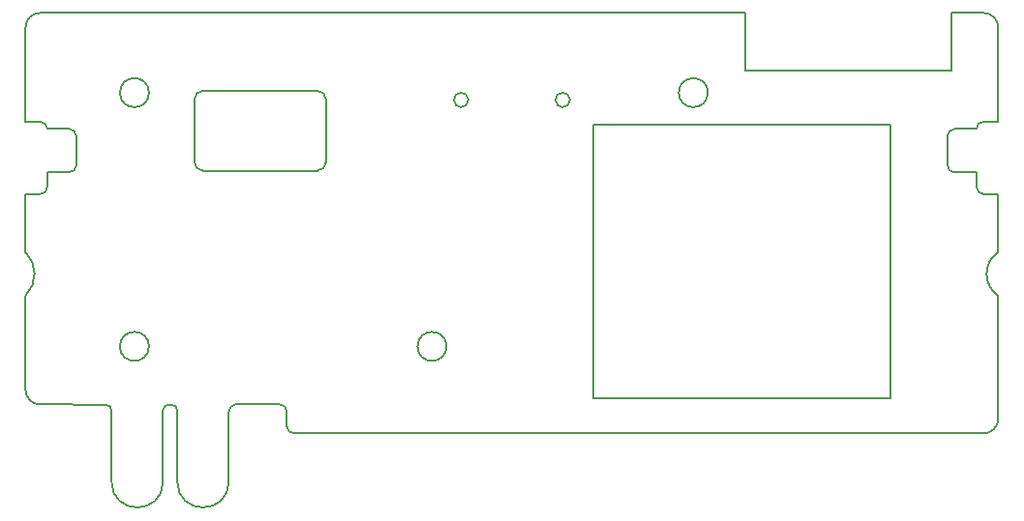
<source format=gm1>
G04 #@! TF.GenerationSoftware,KiCad,Pcbnew,(5.0.1-3-g963ef8bb5)*
G04 #@! TF.CreationDate,2020-09-15T14:43:14+02:00*
G04 #@! TF.ProjectId,trackix,747261636B69782E6B696361645F7063,rev?*
G04 #@! TF.SameCoordinates,Original*
G04 #@! TF.FileFunction,Profile,NP*
%FSLAX46Y46*%
G04 Gerber Fmt 4.6, Leading zero omitted, Abs format (unit mm)*
G04 Created by KiCad (PCBNEW (5.0.1-3-g963ef8bb5)) date 2020 September 15, Tuesday 14:43:14*
%MOMM*%
%LPD*%
G01*
G04 APERTURE LIST*
%ADD10C,0.150000*%
%ADD11C,0.200000*%
G04 APERTURE END LIST*
D10*
X136800000Y-102650000D02*
X135500000Y-102650000D01*
D11*
X185161237Y-126914001D02*
X185161237Y-102914001D01*
X211161237Y-126914001D02*
X185161237Y-126914001D01*
X211161237Y-102914001D02*
X211161237Y-126914001D01*
X185161237Y-102914001D02*
X211161237Y-102914001D01*
D10*
X148800000Y-127950000D02*
X148800000Y-134200000D01*
X147550000Y-134200000D02*
X147550000Y-127950000D01*
X153302000Y-128058000D02*
X153300000Y-134200000D01*
X143050000Y-127950000D02*
X143050000Y-134200000D01*
D11*
X153300000Y-134200000D02*
G75*
G02X148800000Y-134200000I-2250000J0D01*
G01*
D10*
X147550000Y-134200000D02*
G75*
G02X143050000Y-134200000I-2250000J0D01*
G01*
X220612000Y-128693000D02*
G75*
G02X219342000Y-129963000I-1270000J0D01*
G01*
X216802000Y-107103000D02*
G75*
G02X216167000Y-106468000I0J635000D01*
G01*
X172352000Y-122343000D02*
G75*
G03X172352000Y-122343000I-1270000J0D01*
G01*
X219342000Y-109008000D02*
G75*
G02X218707000Y-108373000I0J635000D01*
G01*
X137427000Y-108373000D02*
X137427000Y-107103000D01*
X137427000Y-108373000D02*
G75*
G02X136792000Y-109008000I-635000J0D01*
G01*
X135522000Y-109008000D02*
X136792000Y-109008000D01*
X135522000Y-114088000D02*
X135522000Y-109008000D01*
X220612000Y-117898000D02*
X220612000Y-128693000D01*
X218707000Y-107103000D02*
X218707000Y-108373000D01*
X135522000Y-102658000D02*
X135522000Y-94403000D01*
X146317000Y-100118000D02*
G75*
G03X146317000Y-100118000I-1270000J0D01*
G01*
X139332000Y-103293000D02*
G75*
G02X139967000Y-103928000I0J-635000D01*
G01*
X139967000Y-106468000D02*
X139967000Y-103928000D01*
X135522000Y-94403000D02*
G75*
G02X136792000Y-93133000I1270000J0D01*
G01*
X157747000Y-127423000D02*
X153937000Y-127423000D01*
X216167000Y-103928000D02*
G75*
G02X216802000Y-103293000I635000J0D01*
G01*
X139967000Y-106468000D02*
G75*
G02X139332000Y-107103000I-635000J0D01*
G01*
X136792000Y-127423000D02*
G75*
G02X135522000Y-126153000I0J1270000D01*
G01*
X142550000Y-127450000D02*
G75*
G02X143050000Y-127950000I0J-500000D01*
G01*
X219342000Y-93133000D02*
G75*
G02X220612000Y-94403000I0J-1270000D01*
G01*
X220612000Y-102658000D02*
X220612000Y-94403000D01*
X195212000Y-100118000D02*
G75*
G03X195212000Y-100118000I-1270000J0D01*
G01*
X136792000Y-102658000D02*
G75*
G02X137427000Y-103293000I0J-635000D01*
G01*
X219342000Y-109008000D02*
X220612000Y-109008000D01*
X142550000Y-127450000D02*
X136792000Y-127423000D01*
X216167000Y-103928000D02*
X216167000Y-106468000D01*
X153302000Y-128058000D02*
G75*
G02X153937000Y-127423000I635000J0D01*
G01*
X218707000Y-103293000D02*
G75*
G02X219342000Y-102658000I635000J0D01*
G01*
X136792000Y-93133000D02*
X198514000Y-93133000D01*
X220612000Y-114088000D02*
X220612000Y-109008000D01*
X157747000Y-127423000D02*
G75*
G02X158382000Y-128058000I0J-635000D01*
G01*
X220612000Y-102658000D02*
X219342000Y-102658000D01*
D11*
X183147000Y-100753000D02*
G75*
G03X183147000Y-100753000I-635000J0D01*
G01*
D10*
X174257000Y-100753000D02*
G75*
G03X174257000Y-100753000I-635000J0D01*
G01*
X139332000Y-103293000D02*
X137427000Y-103293000D01*
X216802000Y-103293000D02*
X218707000Y-103293000D01*
X218707000Y-107103000D02*
X216802000Y-107103000D01*
X159017000Y-129963000D02*
G75*
G02X158382000Y-129328000I0J635000D01*
G01*
X158382000Y-129328000D02*
X158382000Y-128058000D01*
X135522000Y-126153000D02*
X135522000Y-117898000D01*
D11*
X220612000Y-117897999D02*
G75*
G02X220612001Y-114088001I1270000J1904999D01*
G01*
X135521999Y-114088001D02*
G75*
G02X135521999Y-117897999I-1904999J-1904999D01*
G01*
D10*
X159017000Y-129963000D02*
X219342000Y-129963000D01*
X146317000Y-122343000D02*
G75*
G03X146317000Y-122343000I-1270000J0D01*
G01*
X139332000Y-107103000D02*
X137427000Y-107103000D01*
D11*
X216548000Y-93133000D02*
X216548000Y-98213000D01*
X216548000Y-98213000D02*
X198514000Y-98213000D01*
X198514000Y-93133000D02*
X198514000Y-98213000D01*
D10*
X216548000Y-93133000D02*
X219342000Y-93133000D01*
X151050000Y-99950000D02*
X161050000Y-99950000D01*
X161800000Y-100700000D02*
X161800000Y-106200000D01*
X161050000Y-106950000D02*
X151050000Y-106950000D01*
X150300000Y-106200000D02*
X150300000Y-100700000D01*
X150300000Y-100700000D02*
G75*
G02X151050000Y-99950000I750000J0D01*
G01*
X161050000Y-99950000D02*
G75*
G02X161800000Y-100700000I0J-750000D01*
G01*
X161800000Y-106200000D02*
G75*
G02X161050000Y-106950000I-750000J0D01*
G01*
X151050000Y-106950000D02*
G75*
G02X150300000Y-106200000I0J750000D01*
G01*
X148300000Y-127450000D02*
G75*
G02X148800000Y-127950000I0J-500000D01*
G01*
X147550000Y-127950000D02*
G75*
G02X148050000Y-127450000I500000J0D01*
G01*
X148050000Y-127450000D02*
X148300000Y-127450000D01*
M02*

</source>
